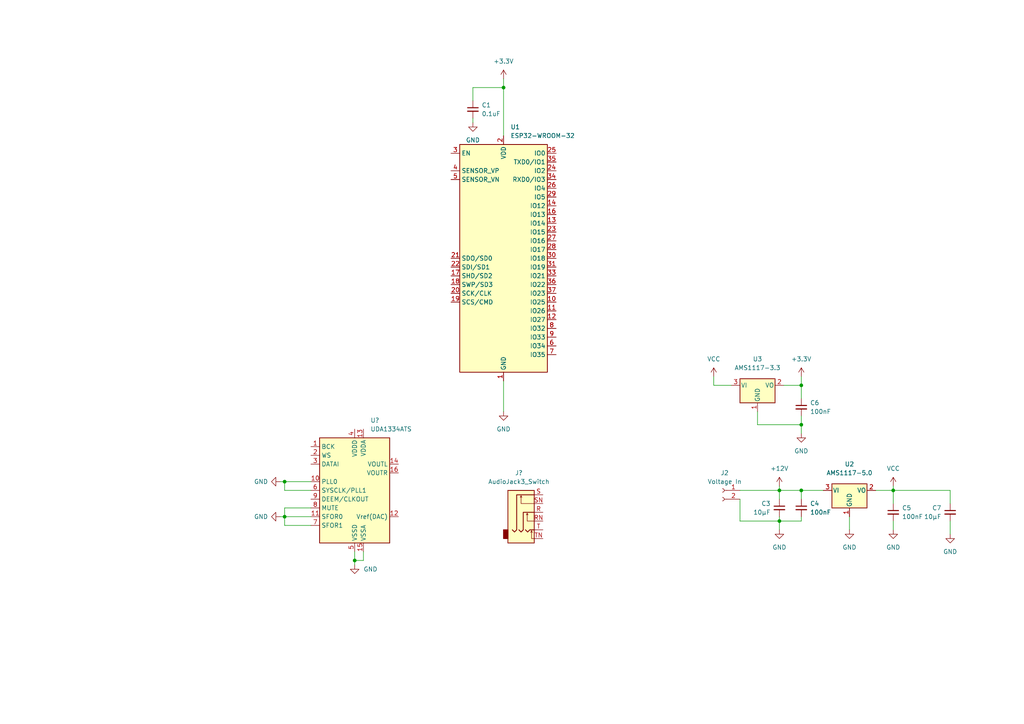
<source format=kicad_sch>
(kicad_sch (version 20211123) (generator eeschema)
  (paper "A4")
  (lib_symbols
    (symbol "Audio:UDA1334ATS"
      (property "Reference" "U" (at -10.16 16.51 0))
      (property "Value" "UDA1334ATS" (at 3.81 16.51 0))
      (symbol "UDA1334ATS_0_1"
        (rectangle (start -10.16 15.24) (end 10.16 -15.24) (stroke (width 0.254)) (fill (type background)))
      )
      (symbol "UDA1334ATS_1_1"
        (pin input line (at -12.7 12.7 0) (length 2.54) (name "BCK") (number "1"))
        (pin input line (at -12.7 2.54 0) (length 2.54) (name "PLL0") (number "10"))
        (pin input line (at -12.7 -7.62 0) (length 2.54) (name "SFOR0") (number "11"))
        (pin passive line (at 12.7 -7.62 180) (length 2.54) (name "Vref(DAC)") (number "12"))
        (pin power_in line (at 2.54 17.78 270) (length 2.54) (name "VDDA") (number "13"))
        (pin output line (at 12.7 7.62 180) (length 2.54) (name "VOUTL") (number "14"))
        (pin power_in line (at 2.54 -17.78 90) (length 2.54) (name "VSSA") (number "15"))
        (pin output line (at 12.7 5.08 180) (length 2.54) (name "VOUTR") (number "16"))
        (pin input line (at -12.7 10.16 0) (length 2.54) (name "WS") (number "2"))
        (pin input line (at -12.7 7.62 0) (length 2.54) (name "DATAI") (number "3"))
        (pin power_in line (at 0 17.78 270) (length 2.54) (name "VDDD") (number "4"))
        (pin power_in line (at 0 -17.78 90) (length 2.54) (name "VSSD") (number "5"))
        (pin input line (at -12.7 0 0) (length 2.54) (name "SYSCLK/PLL1") (number "6"))
        (pin input line (at -12.7 -10.16 0) (length 2.54) (name "SFOR1") (number "7"))
        (pin input line (at -12.7 -5.08 0) (length 2.54) (name "MUTE") (number "8"))
        (pin bidirectional line (at -12.7 -2.54 0) (length 2.54) (name "DEEM/CLKOUT") (number "9"))
      )
    )
    (symbol "Connector:AudioJack3_Switch"
      (property "Reference" "J" (at 0 11.43 0))
      (property "Value" "AudioJack3_Switch" (at 0 8.89 0))
      (symbol "AudioJack3_Switch_0_1"
        (rectangle (start -5.08 -5.08) (end -6.35 -7.62) (stroke (width 0.254)) (fill (type outline)))
        (polyline (pts (xy -1.27 4.826) (xy -1.016 4.318)))
        (polyline (pts (xy 0.508 -0.254) (xy 0.762 -0.762)))
        (polyline (pts (xy 1.778 -5.334) (xy 2.032 -5.842)))
        (polyline (pts (xy 0 -5.08) (xy 0.635 -5.715) (xy 1.27 -5.08) (xy 2.54 -5.08)) (stroke (width 0.254)))
        (polyline (pts (xy 2.54 -7.62) (xy 1.778 -7.62) (xy 1.778 -5.334) (xy 1.524 -5.842)))
        (polyline (pts (xy 2.54 -2.54) (xy 0.508 -2.54) (xy 0.508 -0.254) (xy 0.254 -0.762)))
        (polyline (pts (xy 2.54 2.54) (xy -1.27 2.54) (xy -1.27 4.826) (xy -1.524 4.318)))
        (polyline (pts (xy -1.905 -5.08) (xy -1.27 -5.715) (xy -0.635 -5.08) (xy -0.635 0) (xy 2.54 0)) (stroke (width 0.254)))
        (polyline (pts (xy 2.54 5.08) (xy -2.54 5.08) (xy -2.54 -5.08) (xy -3.175 -5.715) (xy -3.81 -5.08)) (stroke (width 0.254)))
        (rectangle (start 2.54 6.35) (end -5.08 -8.89) (stroke (width 0.254)) (fill (type background)))
      )
      (symbol "AudioJack3_Switch_1_1"
        (pin passive line (at 5.08 0 180) (length 2.54) (name "~") (number "R"))
        (pin passive line (at 5.08 -2.54 180) (length 2.54) (name "~") (number "RN"))
        (pin passive line (at 5.08 5.08 180) (length 2.54) (name "~") (number "S"))
        (pin passive line (at 5.08 2.54 180) (length 2.54) (name "~") (number "SN"))
        (pin passive line (at 5.08 -5.08 180) (length 2.54) (name "~") (number "T"))
        (pin passive line (at 5.08 -7.62 180) (length 2.54) (name "~") (number "TN"))
      )
    )
    (symbol "Connector:Conn_01x02_Female" (pin_names (offset 1.016) hide)
      (property "Reference" "J" (at 0 2.54 0))
      (property "Value" "Conn_01x02_Female" (at 0 -5.08 0))
      (symbol "Conn_01x02_Female_1_1"
        (arc (start 0 -2.032) (mid -0.508 -2.54) (end 0 -3.048) (stroke (width 0.1524)))
        (polyline (pts (xy -1.27 -2.54) (xy -0.508 -2.54)) (stroke (width 0.1524)))
        (polyline (pts (xy -1.27 0) (xy -0.508 0)) (stroke (width 0.1524)))
        (arc (start 0 0.508) (mid -0.508 0) (end 0 -0.508) (stroke (width 0.1524)))
        (pin passive line (at -5.08 0 0) (length 3.81) (name "Pin_1") (number "1"))
        (pin passive line (at -5.08 -2.54 0) (length 3.81) (name "Pin_2") (number "2"))
      )
    )
    (symbol "Device:C_Small" (pin_numbers hide) (pin_names (offset 0.254) hide)
      (property "Reference" "C" (at 0.254 1.778 0))
      (property "Value" "C_Small" (at 0.254 -2.032 0))
      (symbol "C_Small_0_1"
        (polyline (pts (xy -1.524 -0.508) (xy 1.524 -0.508)) (stroke (width 0.3302)))
        (polyline (pts (xy -1.524 0.508) (xy 1.524 0.508)) (stroke (width 0.3048)))
      )
      (symbol "C_Small_1_1"
        (pin passive line (at 0 2.54 270) (length 2.032) (name "~") (number "1"))
        (pin passive line (at 0 -2.54 90) (length 2.032) (name "~") (number "2"))
      )
    )
    (symbol "RF_Module:ESP32-WROOM-32"
      (property "Reference" "U" (at -12.7 34.29 0))
      (property "Value" "ESP32-WROOM-32" (at 1.27 34.29 0))
      (symbol "ESP32-WROOM-32_0_1"
        (rectangle (start -12.7 33.02) (end 12.7 -33.02) (stroke (width 0.254)) (fill (type background)))
      )
      (symbol "ESP32-WROOM-32_1_1"
        (pin power_in line (at 0 -35.56 90) (length 2.54) (name "GND") (number "1"))
        (pin bidirectional line (at 15.24 -12.7 180) (length 2.54) (name "IO25") (number "10"))
        (pin bidirectional line (at 15.24 -15.24 180) (length 2.54) (name "IO26") (number "11"))
        (pin bidirectional line (at 15.24 -17.78 180) (length 2.54) (name "IO27") (number "12"))
        (pin bidirectional line (at 15.24 10.16 180) (length 2.54) (name "IO14") (number "13"))
        (pin bidirectional line (at 15.24 15.24 180) (length 2.54) (name "IO12") (number "14"))
        (pin passive line (at 0 -35.56 90) (length 2.54) hide (name "GND") (number "15"))
        (pin bidirectional line (at 15.24 12.7 180) (length 2.54) (name "IO13") (number "16"))
        (pin bidirectional line (at -15.24 -5.08 0) (length 2.54) (name "SHD/SD2") (number "17"))
        (pin bidirectional line (at -15.24 -7.62 0) (length 2.54) (name "SWP/SD3") (number "18"))
        (pin bidirectional line (at -15.24 -12.7 0) (length 2.54) (name "SCS/CMD") (number "19"))
        (pin power_in line (at 0 35.56 270) (length 2.54) (name "VDD") (number "2"))
        (pin bidirectional line (at -15.24 -10.16 0) (length 2.54) (name "SCK/CLK") (number "20"))
        (pin bidirectional line (at -15.24 0 0) (length 2.54) (name "SDO/SD0") (number "21"))
        (pin bidirectional line (at -15.24 -2.54 0) (length 2.54) (name "SDI/SD1") (number "22"))
        (pin bidirectional line (at 15.24 7.62 180) (length 2.54) (name "IO15") (number "23"))
        (pin bidirectional line (at 15.24 25.4 180) (length 2.54) (name "IO2") (number "24"))
        (pin bidirectional line (at 15.24 30.48 180) (length 2.54) (name "IO0") (number "25"))
        (pin bidirectional line (at 15.24 20.32 180) (length 2.54) (name "IO4") (number "26"))
        (pin bidirectional line (at 15.24 5.08 180) (length 2.54) (name "IO16") (number "27"))
        (pin bidirectional line (at 15.24 2.54 180) (length 2.54) (name "IO17") (number "28"))
        (pin bidirectional line (at 15.24 17.78 180) (length 2.54) (name "IO5") (number "29"))
        (pin input line (at -15.24 30.48 0) (length 2.54) (name "EN") (number "3"))
        (pin bidirectional line (at 15.24 0 180) (length 2.54) (name "IO18") (number "30"))
        (pin bidirectional line (at 15.24 -2.54 180) (length 2.54) (name "IO19") (number "31"))
        (pin no_connect line (at -12.7 -27.94 0) (length 2.54) hide (name "NC") (number "32"))
        (pin bidirectional line (at 15.24 -5.08 180) (length 2.54) (name "IO21") (number "33"))
        (pin bidirectional line (at 15.24 22.86 180) (length 2.54) (name "RXD0/IO3") (number "34"))
        (pin bidirectional line (at 15.24 27.94 180) (length 2.54) (name "TXD0/IO1") (number "35"))
        (pin bidirectional line (at 15.24 -7.62 180) (length 2.54) (name "IO22") (number "36"))
        (pin bidirectional line (at 15.24 -10.16 180) (length 2.54) (name "IO23") (number "37"))
        (pin passive line (at 0 -35.56 90) (length 2.54) hide (name "GND") (number "38"))
        (pin passive line (at 0 -35.56 90) (length 2.54) hide (name "GND") (number "39"))
        (pin input line (at -15.24 25.4 0) (length 2.54) (name "SENSOR_VP") (number "4"))
        (pin input line (at -15.24 22.86 0) (length 2.54) (name "SENSOR_VN") (number "5"))
        (pin input line (at 15.24 -25.4 180) (length 2.54) (name "IO34") (number "6"))
        (pin input line (at 15.24 -27.94 180) (length 2.54) (name "IO35") (number "7"))
        (pin bidirectional line (at 15.24 -20.32 180) (length 2.54) (name "IO32") (number "8"))
        (pin bidirectional line (at 15.24 -22.86 180) (length 2.54) (name "IO33") (number "9"))
      )
    )
    (symbol "Regulator_Linear:AMS1117-3.3" (pin_names (offset 0.254))
      (property "Reference" "U" (at -3.81 3.175 0))
      (property "Value" "AMS1117-3.3" (at 0 3.175 0))
      (symbol "AMS1117-3.3_0_1"
        (rectangle (start -5.08 -5.08) (end 5.08 1.905) (stroke (width 0.254)) (fill (type background)))
      )
      (symbol "AMS1117-3.3_1_1"
        (pin power_in line (at 0 -7.62 90) (length 2.54) (name "GND") (number "1"))
        (pin power_out line (at 7.62 0 180) (length 2.54) (name "VO") (number "2"))
        (pin power_in line (at -7.62 0 0) (length 2.54) (name "VI") (number "3"))
      )
    )
    (symbol "Regulator_Linear:AMS1117-5.0" (pin_names (offset 0.254))
      (property "Reference" "U" (at -3.81 3.175 0))
      (property "Value" "AMS1117-5.0" (at 0 3.175 0))
      (symbol "AMS1117-5.0_0_1"
        (rectangle (start -5.08 -5.08) (end 5.08 1.905) (stroke (width 0.254)) (fill (type background)))
      )
      (symbol "AMS1117-5.0_1_1"
        (pin power_in line (at 0 -7.62 90) (length 2.54) (name "GND") (number "1"))
        (pin power_out line (at 7.62 0 180) (length 2.54) (name "VO") (number "2"))
        (pin power_in line (at -7.62 0 0) (length 2.54) (name "VI") (number "3"))
      )
    )
    (symbol "power:+12V" (power) (pin_names (offset 0))
      (property "Value" "+12V" (at 0 3.556 0))
      (symbol "+12V_0_1"
        (polyline (pts (xy -0.762 1.27) (xy 0 2.54)))
        (polyline (pts (xy 0 0) (xy 0 2.54)))
        (polyline (pts (xy 0 2.54) (xy 0.762 1.27)))
      )
      (symbol "+12V_1_1"
        (pin power_in line (at 0 0 90) (length 0) hide (name "+12V") (number "1"))
      )
    )
    (symbol "power:+3.3V" (power) (pin_names (offset 0))
      (property "Value" "+3.3V" (at 0 3.556 0))
      (symbol "+3.3V_0_1"
        (polyline (pts (xy -0.762 1.27) (xy 0 2.54)))
        (polyline (pts (xy 0 0) (xy 0 2.54)))
        (polyline (pts (xy 0 2.54) (xy 0.762 1.27)))
      )
      (symbol "+3.3V_1_1"
        (pin power_in line (at 0 0 90) (length 0) hide (name "+3.3V") (number "1"))
      )
    )
    (symbol "power:GND" (power) (pin_names (offset 0))
      (property "Value" "GND" (at 0 -3.81 0))
      (symbol "GND_0_1"
        (polyline (pts (xy 0 0) (xy 0 -1.27) (xy 1.27 -1.27) (xy 0 -2.54) (xy -1.27 -1.27) (xy 0 -1.27)))
      )
      (symbol "GND_1_1"
        (pin power_in line (at 0 0 270) (length 0) hide (name "GND") (number "1"))
      )
    )
    (symbol "power:VCC" (power) (pin_names (offset 0))
      (property "Value" "VCC" (at 0 3.81 0))
      (symbol "VCC_0_1"
        (polyline (pts (xy -0.762 1.27) (xy 0 2.54)))
        (polyline (pts (xy 0 0) (xy 0 2.54)))
        (polyline (pts (xy 0 2.54) (xy 0.762 1.27)))
      )
      (symbol "VCC_1_1"
        (pin power_in line (at 0 0 90) (length 0) hide (name "VCC") (number "1"))
      )
    )
  )
  (junction (at 82.55 139.7))
  (junction (at 259.08 142.24))
  (junction (at 146.05 25.4))
  (junction (at 102.87 162.56))
  (junction (at 232.41 142.24))
  (junction (at 226.06 142.24))
  (junction (at 232.41 123.19))
  (junction (at 232.41 111.76))
  (junction (at 82.55 149.86))
  (junction (at 226.06 151.13))
  (wire (pts (xy 90.17 152.4) (xy 82.55 152.4)))
  (wire (pts (xy 82.55 152.4) (xy 82.55 149.86)))
  (wire (pts (xy 232.41 142.24) (xy 232.41 144.78)))
  (wire (pts (xy 214.63 151.13) (xy 226.06 151.13)))
  (wire (pts (xy 246.38 149.86) (xy 246.38 153.67)))
  (wire (pts (xy 226.06 149.86) (xy 226.06 151.13)))
  (wire (pts (xy 226.06 142.24) (xy 226.06 144.78)))
  (wire (pts (xy 81.28 149.86) (xy 82.55 149.86)))
  (wire (pts (xy 275.59 146.05) (xy 275.59 142.24)))
  (wire (pts (xy 207.01 109.22) (xy 207.01 111.76)))
  (wire (pts (xy 90.17 142.24) (xy 82.55 142.24)))
  (wire (pts (xy 82.55 147.32) (xy 82.55 149.86)))
  (wire (pts (xy 146.05 22.86) (xy 146.05 25.4)))
  (wire (pts (xy 214.63 142.24) (xy 226.06 142.24)))
  (wire (pts (xy 82.55 139.7) (xy 82.55 142.24)))
  (wire (pts (xy 219.71 119.38) (xy 219.71 123.19)))
  (wire (pts (xy 137.16 34.29) (xy 137.16 35.56)))
  (wire (pts (xy 146.05 110.49) (xy 146.05 119.38)))
  (wire (pts (xy 232.41 149.86) (xy 232.41 151.13)))
  (wire (pts (xy 137.16 25.4) (xy 146.05 25.4)))
  (wire (pts (xy 146.05 25.4) (xy 146.05 39.37)))
  (wire (pts (xy 275.59 151.13) (xy 275.59 154.94)))
  (wire (pts (xy 275.59 142.24) (xy 259.08 142.24)))
  (wire (pts (xy 259.08 142.24) (xy 259.08 140.97)))
  (wire (pts (xy 137.16 29.21) (xy 137.16 25.4)))
  (wire (pts (xy 254 142.24) (xy 259.08 142.24)))
  (wire (pts (xy 227.33 111.76) (xy 232.41 111.76)))
  (wire (pts (xy 214.63 144.78) (xy 214.63 151.13)))
  (wire (pts (xy 207.01 111.76) (xy 212.09 111.76)))
  (wire (pts (xy 226.06 140.97) (xy 226.06 142.24)))
  (wire (pts (xy 81.28 139.7) (xy 82.55 139.7)))
  (wire (pts (xy 102.87 160.02) (xy 102.87 162.56)))
  (wire (pts (xy 82.55 149.86) (xy 90.17 149.86)))
  (wire (pts (xy 232.41 151.13) (xy 226.06 151.13)))
  (wire (pts (xy 259.08 142.24) (xy 259.08 146.05)))
  (wire (pts (xy 232.41 109.22) (xy 232.41 111.76)))
  (wire (pts (xy 90.17 147.32) (xy 82.55 147.32)))
  (wire (pts (xy 102.87 162.56) (xy 102.87 163.83)))
  (wire (pts (xy 219.71 123.19) (xy 232.41 123.19)))
  (wire (pts (xy 232.41 142.24) (xy 238.76 142.24)))
  (wire (pts (xy 105.41 160.02) (xy 105.41 162.56)))
  (wire (pts (xy 259.08 151.13) (xy 259.08 153.67)))
  (wire (pts (xy 232.41 123.19) (xy 232.41 125.73)))
  (wire (pts (xy 226.06 151.13) (xy 226.06 153.67)))
  (wire (pts (xy 102.87 162.56) (xy 105.41 162.56)))
  (wire (pts (xy 82.55 139.7) (xy 90.17 139.7)))
  (wire (pts (xy 232.41 123.19) (xy 232.41 120.65)))
  (wire (pts (xy 232.41 111.76) (xy 232.41 115.57)))
  (wire (pts (xy 226.06 142.24) (xy 232.41 142.24)))
  (symbol (lib_id "Audio:UDA1334ATS") (at 102.87 142.24 0) (unit 1)
    (property "Reference" "U?" (at 107.4294 121.92 0) (effects (justify left)))
    (property "Value" "UDA1334ATS" (at 107.4294 124.46 0) (effects (justify left)))
    (property "Footprint" "Package_SO:SSOP-16_4.4x5.2mm_P0.65mm" (effects hide))
    (property "Datasheet" "http://www.nxp.com/docs/en/data-sheet/UDA1334ATS.pdf" (effects hide))
  )
  (symbol (lib_id "power:+3.3V") (at 232.41 109.22 0) (unit 1)
    (property "Reference" "#PWR0109" (effects hide))
    (property "Value" "+3.3V" (at 232.41 104.14 0))
  )
  (symbol (lib_id "Device:C_Small") (at 137.16 31.75 0) (unit 1)
    (property "Reference" "C1" (at 139.7 30.4862 0) (effects (justify left)))
    (property "Value" "0.1uF" (at 139.7 33.0262 0) (effects (justify left)))
    (property "Footprint" "Capacitor_SMD:C_0603_1608Metric_Pad1.08x0.95mm_HandSolder" (effects hide))
  )
  (symbol (lib_id "power:GND") (at 246.38 153.67 0) (unit 1)
    (property "Reference" "#PWR0104" (effects hide))
    (property "Value" "GND" (at 246.38 158.75 0))
  )
  (symbol (lib_id "power:+3.3V") (at 146.05 22.86 0) (unit 1)
    (property "Reference" "#PWR0111" (effects hide))
    (property "Value" "+3.3V" (at 146.05 17.78 0))
  )
  (symbol (lib_id "power:GND") (at 226.06 153.67 0) (unit 1)
    (property "Reference" "#PWR0103" (effects hide))
    (property "Value" "GND" (at 226.06 158.75 0))
  )
  (symbol (lib_id "power:GND") (at 146.05 119.38 0) (unit 1)
    (property "Reference" "#PWR03" (effects hide))
    (property "Value" "GND" (at 146.05 124.46 0))
  )
  (symbol (lib_id "power:GND") (at 275.59 154.94 0) (unit 1)
    (property "Reference" "#PWR0107" (effects hide))
    (property "Value" "GND" (at 275.59 160.02 0))
  )
  (symbol (lib_id "RF_Module:ESP32-WROOM-32") (at 146.05 74.93 0) (unit 1)
    (property "Reference" "U1" (at 148.0694 36.83 0) (effects (justify left)))
    (property "Value" "ESP32-WROOM-32" (at 148.0694 39.37 0) (effects (justify left)))
    (property "Footprint" "RF_Module:ESP32-WROOM-32" (effects hide))
    (property "Datasheet" "https://www.espressif.com/sites/default/files/documentation/esp32-wroom-32_datasheet_en.pdf" (effects hide))
  )
  (symbol (lib_id "power:GND") (at 232.41 125.73 0) (unit 1)
    (property "Reference" "#PWR0108" (effects hide))
    (property "Value" "GND" (at 232.41 130.81 0))
  )
  (symbol (lib_id "power:+12V") (at 226.06 140.97 0) (unit 1)
    (property "Reference" "#PWR0102" (effects hide))
    (property "Value" "+12V" (at 226.06 135.89 0))
  )
  (symbol (lib_id "power:VCC") (at 259.08 140.97 0) (unit 1)
    (property "Reference" "#PWR0101" (effects hide))
    (property "Value" "VCC" (at 259.08 135.89 0))
  )
  (symbol (lib_id "power:VCC") (at 207.01 109.22 0) (unit 1)
    (property "Reference" "#PWR0106" (effects hide))
    (property "Value" "VCC" (at 207.01 104.14 0))
  )
  (symbol (lib_id "power:GND") (at 102.87 163.83 0) (unit 1)
    (property "Reference" "#PWR?" (effects hide))
    (property "Value" "GND" (at 105.41 165.0999 0) (effects (justify left)))
  )
  (symbol (lib_id "Device:C_Small") (at 226.06 147.32 0) (mirror y) (unit 1)
    (property "Reference" "C3" (at 223.52 146.0562 0) (effects (justify left)))
    (property "Value" "10µF" (at 223.52 148.5962 0) (effects (justify left)))
    (property "Footprint" "Capacitor_SMD:C_0805_2012Metric_Pad1.18x1.45mm_HandSolder" (effects hide))
  )
  (symbol (lib_id "Device:C_Small") (at 232.41 118.11 0) (unit 1)
    (property "Reference" "C6" (at 234.95 116.8462 0) (effects (justify left)))
    (property "Value" "100nF" (at 234.95 119.3862 0) (effects (justify left)))
    (property "Footprint" "Capacitor_SMD:C_0603_1608Metric_Pad1.08x0.95mm_HandSolder" (effects hide))
  )
  (symbol (lib_id "power:GND") (at 259.08 153.67 0) (unit 1)
    (property "Reference" "#PWR0105" (effects hide))
    (property "Value" "GND" (at 259.08 158.75 0))
  )
  (symbol (lib_id "Device:C_Small") (at 275.59 148.59 0) (mirror y) (unit 1)
    (property "Reference" "C7" (at 273.05 147.3262 0) (effects (justify left)))
    (property "Value" "10µF" (at 273.05 149.8662 0) (effects (justify left)))
    (property "Footprint" "Capacitor_SMD:C_0805_2012Metric_Pad1.18x1.45mm_HandSolder" (effects hide))
  )
  (symbol (lib_id "Device:C_Small") (at 232.41 147.32 0) (unit 1)
    (property "Reference" "C4" (at 234.95 146.0562 0) (effects (justify left)))
    (property "Value" "100nF" (at 234.95 148.5962 0) (effects (justify left)))
    (property "Footprint" "Capacitor_SMD:C_0603_1608Metric_Pad1.08x0.95mm_HandSolder" (effects hide))
  )
  (symbol (lib_id "power:GND") (at 137.16 35.56 0) (unit 1)
    (property "Reference" "#PWR0110" (effects hide))
    (property "Value" "GND" (at 137.16 40.64 0))
  )
  (symbol (lib_id "power:GND") (at 81.28 139.7 270) (mirror x) (unit 1)
    (property "Reference" "#PWR?" (effects hide))
    (property "Value" "GND" (at 73.66 139.7 90) (effects (justify left)))
  )
  (symbol (lib_id "Connector:Conn_01x02_Female") (at 209.55 142.24 0) (mirror y) (unit 1)
    (property "Reference" "J2" (at 210.185 137.16 0))
    (property "Value" "Voltage In" (at 210.185 139.7 0))
    (property "Footprint" "Connector_Wire:SolderWire-0.5sqmm_1x02_P4.8mm_D0.9mm_OD2.3mm" (effects hide))
  )
  (symbol (lib_id "Device:C_Small") (at 259.08 148.59 0) (unit 1)
    (property "Reference" "C5" (at 261.62 147.3262 0) (effects (justify left)))
    (property "Value" "100nF" (at 261.62 149.8662 0) (effects (justify left)))
    (property "Footprint" "Capacitor_SMD:C_0603_1608Metric_Pad1.08x0.95mm_HandSolder" (effects hide))
  )
  (symbol (lib_id "Regulator_Linear:AMS1117-5.0") (at 246.38 142.24 0) (unit 1)
    (property "Reference" "U2" (at 246.38 134.62 0))
    (property "Value" "AMS1117-5.0" (at 246.38 137.16 0))
    (property "Footprint" "Package_TO_SOT_SMD:SOT-223-3_TabPin2" (effects hide))
    (property "Datasheet" "http://www.advanced-monolithic.com/pdf/ds1117.pdf" (effects hide))
  )
  (symbol (lib_id "Connector:AudioJack3_Switch") (at 152.4 148.59 0) (unit 1)
    (property "Reference" "J?" (at 150.495 137.16 0))
    (property "Value" "AudioJack3_Switch" (at 150.495 139.7 0))
    (property "Footprint" "Connector_Audio:Jack_3.5mm_PJ311_Horizontal" (effects hide))
  )
  (symbol (lib_id "power:GND") (at 81.28 149.86 270) (mirror x) (unit 1)
    (property "Reference" "#PWR?" (effects hide))
    (property "Value" "GND" (at 73.66 149.86 90) (effects (justify left)))
  )
  (symbol (lib_id "Regulator_Linear:AMS1117-3.3") (at 219.71 111.76 0) (unit 1)
    (property "Reference" "U3" (at 219.71 104.14 0))
    (property "Value" "AMS1117-3.3" (at 219.71 106.68 0))
    (property "Footprint" "Package_TO_SOT_SMD:SOT-223-3_TabPin2" (effects hide))
    (property "Datasheet" "http://www.advanced-monolithic.com/pdf/ds1117.pdf" (effects hide))
  )
)
</source>
